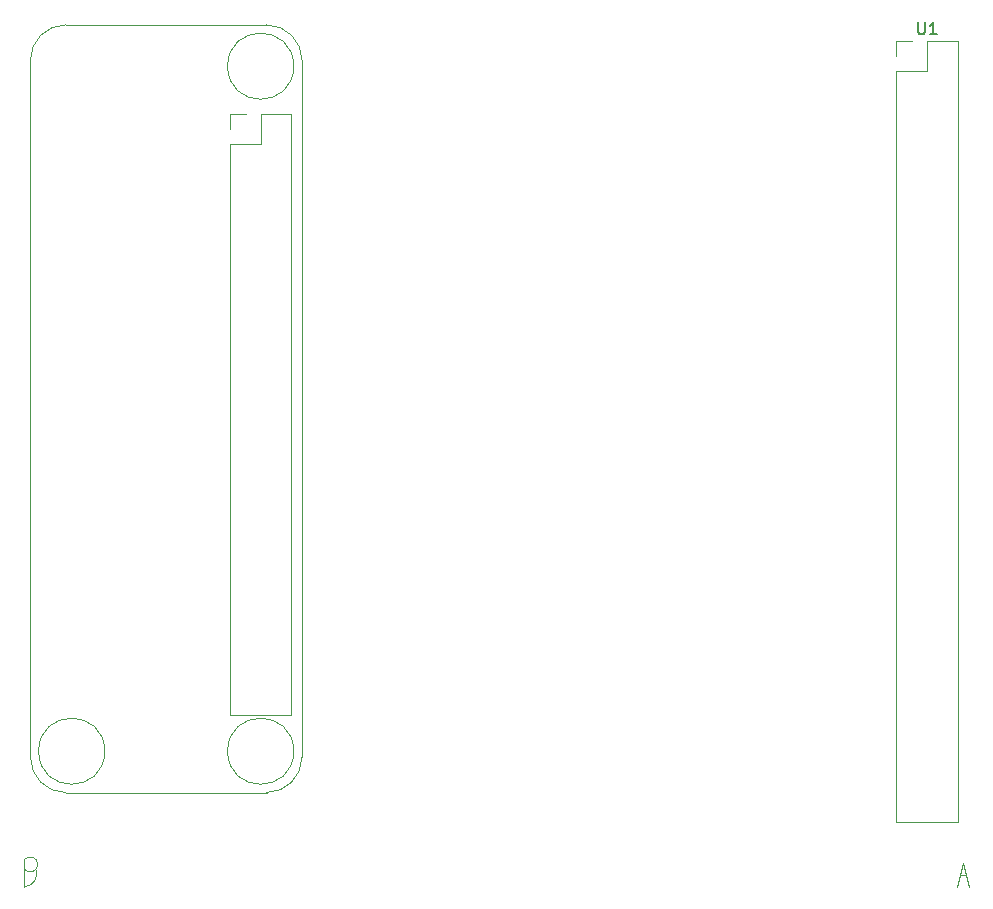
<source format=gbr>
%TF.GenerationSoftware,KiCad,Pcbnew,8.0.0*%
%TF.CreationDate,2024-03-07T15:34:19+01:00*%
%TF.ProjectId,lora,6c6f7261-2e6b-4696-9361-645f70636258,rev?*%
%TF.SameCoordinates,Original*%
%TF.FileFunction,Legend,Top*%
%TF.FilePolarity,Positive*%
%FSLAX46Y46*%
G04 Gerber Fmt 4.6, Leading zero omitted, Abs format (unit mm)*
G04 Created by KiCad (PCBNEW 8.0.0) date 2024-03-07 15:34:19*
%MOMM*%
%LPD*%
G01*
G04 APERTURE LIST*
%ADD10C,0.100000*%
%ADD11C,0.150000*%
%ADD12C,0.120000*%
G04 APERTURE END LIST*
D10*
X80815000Y-39525000D02*
G75*
G02*
X75215000Y-39525000I-2800000J0D01*
G01*
X75215000Y-39525000D02*
G75*
G02*
X80815000Y-39525000I2800000J0D01*
G01*
X61515000Y-101025000D02*
X78515000Y-101025000D01*
X58515000Y-68525000D02*
X58515000Y-39025000D01*
X58515000Y-68525000D02*
X58515000Y-98025000D01*
X137750000Y-108000000D02*
X137250000Y-108000000D01*
X61515000Y-101025000D02*
G75*
G02*
X58515000Y-98025000I0J3000000D01*
G01*
X81515000Y-98025000D02*
G75*
G02*
X78515000Y-101025000I-3000000J0D01*
G01*
X137500000Y-107000000D02*
X138000000Y-109000000D01*
X58000000Y-109000000D02*
X58000000Y-106700000D01*
X81515000Y-39025000D02*
X81515000Y-98025000D01*
X58000000Y-106700000D02*
G75*
G02*
X58047231Y-107552769I500000J-400000D01*
G01*
X80815000Y-97525000D02*
G75*
G02*
X75215000Y-97525000I-2800000J0D01*
G01*
X75215000Y-97525000D02*
G75*
G02*
X80815000Y-97525000I2800000J0D01*
G01*
X61515000Y-36025000D02*
X78515000Y-36025000D01*
X58515000Y-39025000D02*
G75*
G02*
X61515000Y-36025000I3000000J0D01*
G01*
X137000000Y-109000000D02*
X137500000Y-107000000D01*
X59000000Y-107600000D02*
G75*
G02*
X58000000Y-108984751I-1000000J-331300D01*
G01*
X64815000Y-97525000D02*
G75*
G02*
X59215000Y-97525000I-2800000J0D01*
G01*
X59215000Y-97525000D02*
G75*
G02*
X64815000Y-97525000I2800000J0D01*
G01*
X78515000Y-36025000D02*
G75*
G02*
X81515000Y-39025000I0J-3000000D01*
G01*
D11*
X133668095Y-35824819D02*
X133668095Y-36634342D01*
X133668095Y-36634342D02*
X133715714Y-36729580D01*
X133715714Y-36729580D02*
X133763333Y-36777200D01*
X133763333Y-36777200D02*
X133858571Y-36824819D01*
X133858571Y-36824819D02*
X134049047Y-36824819D01*
X134049047Y-36824819D02*
X134144285Y-36777200D01*
X134144285Y-36777200D02*
X134191904Y-36729580D01*
X134191904Y-36729580D02*
X134239523Y-36634342D01*
X134239523Y-36634342D02*
X134239523Y-35824819D01*
X135239523Y-36824819D02*
X134668095Y-36824819D01*
X134953809Y-36824819D02*
X134953809Y-35824819D01*
X134953809Y-35824819D02*
X134858571Y-35967676D01*
X134858571Y-35967676D02*
X134763333Y-36062914D01*
X134763333Y-36062914D02*
X134668095Y-36110533D01*
D12*
%TO.C,U1*%
X131830000Y-37370000D02*
X133160000Y-37370000D01*
X131830000Y-38700000D02*
X131830000Y-37370000D01*
X131830000Y-39970000D02*
X131830000Y-103530000D01*
X131830000Y-39970000D02*
X134430000Y-39970000D01*
X131830000Y-103530000D02*
X137030000Y-103530000D01*
X134430000Y-37370000D02*
X137030000Y-37370000D01*
X134430000Y-39970000D02*
X134430000Y-37370000D01*
X137030000Y-37370000D02*
X137030000Y-103530000D01*
%TO.C,U2*%
X80620000Y-43550000D02*
X80620000Y-94470000D01*
X78020000Y-46150000D02*
X78020000Y-43550000D01*
X78020000Y-43550000D02*
X80620000Y-43550000D01*
X75420000Y-94470000D02*
X80620000Y-94470000D01*
X75420000Y-46150000D02*
X78020000Y-46150000D01*
X75420000Y-46150000D02*
X75420000Y-94470000D01*
X75420000Y-44880000D02*
X75420000Y-43550000D01*
X75420000Y-43550000D02*
X76750000Y-43550000D01*
%TD*%
M02*

</source>
